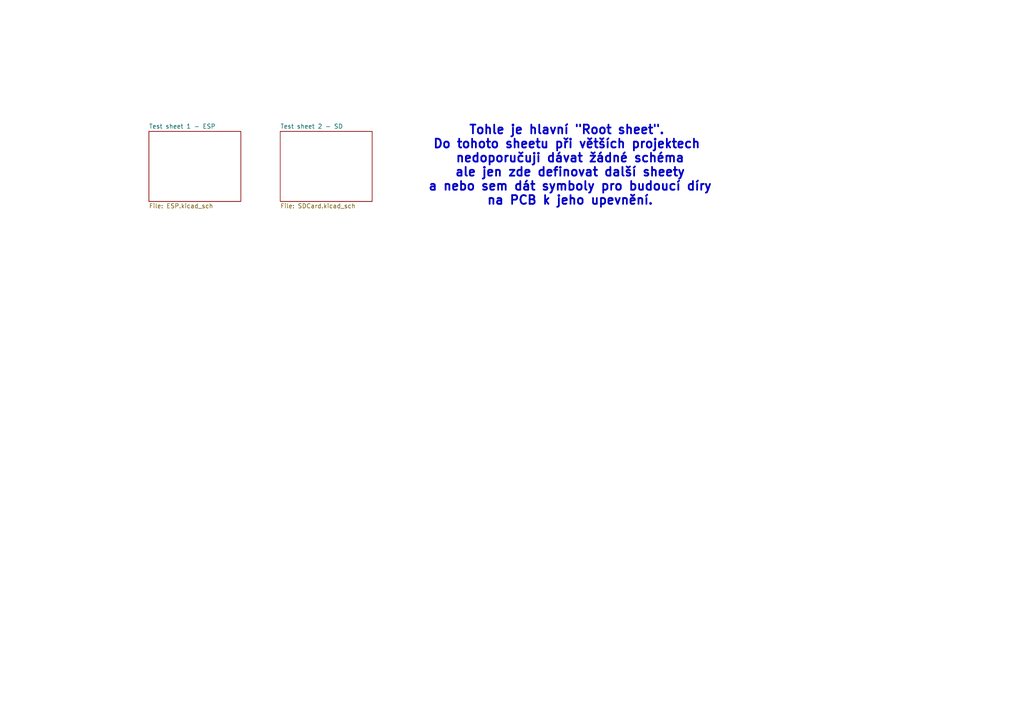
<source format=kicad_sch>
(kicad_sch
	(version 20250114)
	(generator "eeschema")
	(generator_version "9.0")
	(uuid "259eb800-3550-4fac-8967-d05cd72ab133")
	(paper "A4")
	(lib_symbols)
	(text "Tohle je hlavní \"Root sheet\". \nDo tohoto sheetu při větších projektech \nnedoporučuji dávat žádné schéma\nale jen zde definovat další sheety\na nebo sem dát symboly pro budoucí díry\nna PCB k jeho upevnění."
		(exclude_from_sim no)
		(at 165.354 48.006 0)
		(effects
			(font
				(face "KiCad Font")
				(size 2.54 2.54)
				(thickness 0.508)
				(bold yes)
			)
		)
		(uuid "93549f9b-de46-490f-ac23-e416e1fd6226")
	)
	(sheet
		(at 81.28 38.1)
		(size 26.67 20.32)
		(exclude_from_sim no)
		(in_bom yes)
		(on_board yes)
		(dnp no)
		(fields_autoplaced yes)
		(stroke
			(width 0.1524)
			(type solid)
		)
		(fill
			(color 0 0 0 0.0000)
		)
		(uuid "548b3411-ec32-434a-91e7-c7d811030df5")
		(property "Sheetname" "Test sheet 2 - SD"
			(at 81.28 37.3884 0)
			(effects
				(font
					(size 1.27 1.27)
				)
				(justify left bottom)
			)
		)
		(property "Sheetfile" "SDCard.kicad_sch"
			(at 81.28 59.0046 0)
			(effects
				(font
					(size 1.27 1.27)
				)
				(justify left top)
			)
		)
		(instances
			(project "test"
				(path "/259eb800-3550-4fac-8967-d05cd72ab133"
					(page "3")
				)
			)
		)
	)
	(sheet
		(at 43.18 38.1)
		(size 26.67 20.32)
		(exclude_from_sim no)
		(in_bom yes)
		(on_board yes)
		(dnp no)
		(fields_autoplaced yes)
		(stroke
			(width 0.1524)
			(type solid)
		)
		(fill
			(color 0 0 0 0.0000)
		)
		(uuid "6b676faf-b072-4c68-be95-52a3cc8b2411")
		(property "Sheetname" "Test sheet 1 - ESP"
			(at 43.18 37.3884 0)
			(effects
				(font
					(size 1.27 1.27)
				)
				(justify left bottom)
			)
		)
		(property "Sheetfile" "ESP.kicad_sch"
			(at 43.18 59.0046 0)
			(effects
				(font
					(size 1.27 1.27)
				)
				(justify left top)
			)
		)
		(instances
			(project "test"
				(path "/259eb800-3550-4fac-8967-d05cd72ab133"
					(page "2")
				)
			)
		)
	)
	(sheet_instances
		(path "/"
			(page "1")
		)
	)
	(embedded_fonts no)
)

</source>
